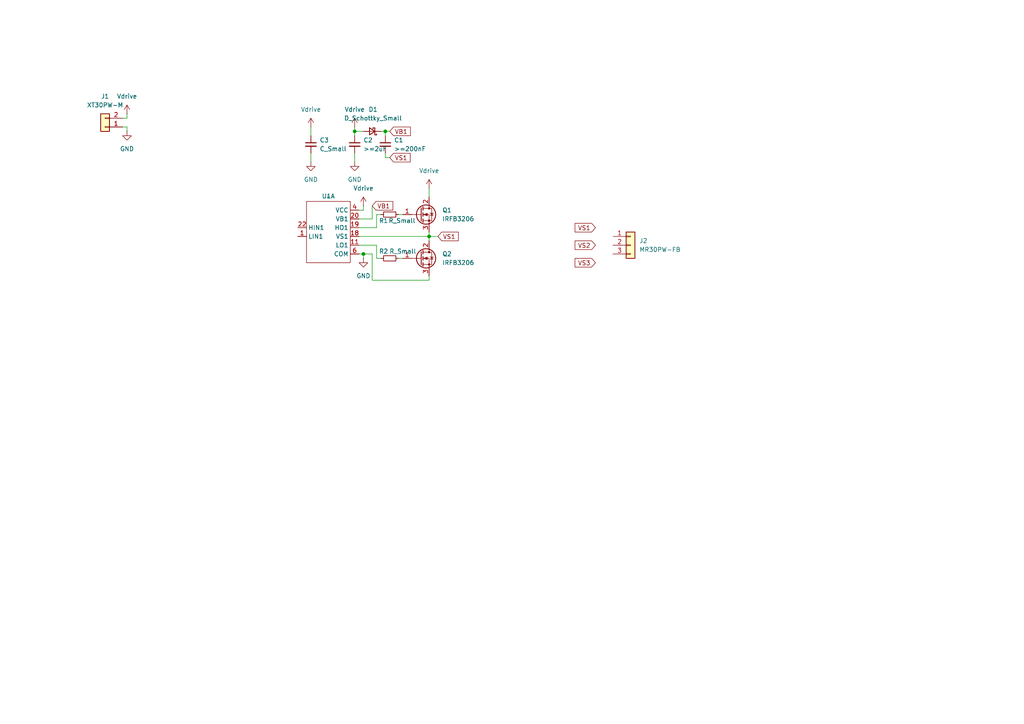
<source format=kicad_sch>
(kicad_sch (version 20231120) (generator "eeschema") (generator_version "8.0")
  (paper "A4")
  (lib_symbols
    (symbol "Connector_Generic:Conn_01x02" (pin_names (offset 1.016) hide)
      (property "Reference" "J" (at 0 2.54 0))
      (property "Value" "Conn_01x02" (at 0 -5.08 0))
      (symbol "Conn_01x02_1_1"
        (rectangle (start -1.27 -2.413) (end 0 -2.667) (stroke (width 0.1524)))
        (rectangle (start -1.27 0.127) (end 0 -0.127) (stroke (width 0.1524)))
        (rectangle (start -1.27 1.27) (end 1.27 -3.81) (stroke (width 0.254)) (fill (type background)))
        (pin passive line (at -5.08 0 0) (length 3.81) (name "Pin_1") (number "1"))
        (pin passive line (at -5.08 -2.54 0) (length 3.81) (name "Pin_2") (number "2"))
      )
    )
    (symbol "Connector_Generic:Conn_01x03" (pin_names (offset 1.016) hide)
      (property "Reference" "J" (at 0 5.08 0))
      (property "Value" "Conn_01x03" (at 0 -5.08 0))
      (symbol "Conn_01x03_1_1"
        (rectangle (start -1.27 -2.413) (end 0 -2.667) (stroke (width 0.1524)))
        (rectangle (start -1.27 0.127) (end 0 -0.127) (stroke (width 0.1524)))
        (rectangle (start -1.27 2.667) (end 0 2.413) (stroke (width 0.1524)))
        (rectangle (start -1.27 3.81) (end 1.27 -3.81) (stroke (width 0.254)) (fill (type background)))
        (pin passive line (at -5.08 2.54 0) (length 3.81) (name "Pin_1") (number "1"))
        (pin passive line (at -5.08 0 0) (length 3.81) (name "Pin_2") (number "2"))
        (pin passive line (at -5.08 -2.54 0) (length 3.81) (name "Pin_3") (number "3"))
      )
    )
    (symbol "Device:C_Small" (pin_numbers hide) (pin_names (offset 0.254) hide)
      (property "Reference" "C" (at 0.254 1.778 0))
      (property "Value" "C_Small" (at 0.254 -2.032 0))
      (symbol "C_Small_0_1"
        (polyline (pts (xy -1.524 -0.508) (xy 1.524 -0.508)) (stroke (width 0.3302)))
        (polyline (pts (xy -1.524 0.508) (xy 1.524 0.508)) (stroke (width 0.3048)))
      )
      (symbol "C_Small_1_1"
        (pin passive line (at 0 2.54 270) (length 2.032) (name "~") (number "1"))
        (pin passive line (at 0 -2.54 90) (length 2.032) (name "~") (number "2"))
      )
    )
    (symbol "Device:D_Schottky_Small" (pin_numbers hide) (pin_names (offset 0.254) hide)
      (property "Reference" "D" (at -1.27 2.032 0))
      (property "Value" "D_Schottky_Small" (at -7.112 -2.032 0))
      (symbol "D_Schottky_Small_0_1"
        (polyline (pts (xy -0.762 0) (xy 0.762 0)))
        (polyline (pts (xy 0.762 -1.016) (xy -0.762 0) (xy 0.762 1.016) (xy 0.762 -1.016)) (stroke (width 0.254)))
        (polyline (pts (xy -1.27 0.762) (xy -1.27 1.016) (xy -0.762 1.016) (xy -0.762 -1.016) (xy -0.254 -1.016) (xy -0.254 -0.762)) (stroke (width 0.254)))
      )
      (symbol "D_Schottky_Small_1_1"
        (pin passive line (at -2.54 0 0) (length 1.778) (name "K") (number "1"))
        (pin passive line (at 2.54 0 180) (length 1.778) (name "A") (number "2"))
      )
    )
    (symbol "Device:R_Small" (pin_numbers hide) (pin_names (offset 0.254) hide)
      (property "Reference" "R" (at 0.762 0.508 0))
      (property "Value" "R_Small" (at 0.762 -1.016 0))
      (symbol "R_Small_0_1"
        (rectangle (start -0.762 1.778) (end 0.762 -1.778) (stroke (width 0.2032)))
      )
      (symbol "R_Small_1_1"
        (pin passive line (at 0 2.54 270) (length 0.762) (name "~") (number "1"))
        (pin passive line (at 0 -2.54 90) (length 0.762) (name "~") (number "2"))
      )
    )
    (symbol "My_Custom_Symbol_Library:FD6288Q"
      (property "Reference" "U" (at 0 10.414 0))
      (symbol "FD6288Q_1_1"
        (rectangle (start -6.35 8.89) (end 6.35 -8.89))
        (pin input line (at -8.89 -1.27 0) (length 2.54) (name "LIN1") (number "1"))
        (pin output line (at 8.89 -3.81 180) (length 2.54) (name "LO1") (number "11"))
        (pin power_in line (at 8.89 -1.27 180) (length 2.54) (name "VS1") (number "18"))
        (pin output line (at 8.89 1.27 180) (length 2.54) (name "HO1") (number "19"))
        (pin power_in line (at 8.89 3.81 180) (length 2.54) (name "VB1") (number "20"))
        (pin input line (at -8.89 1.27 0) (length 2.54) (name "HIN1") (number "22"))
        (pin power_in line (at 8.89 6.35 180) (length 2.54) (name "VCC") (number "4"))
        (pin power_in line (at 8.89 -6.35 180) (length 2.54) (name "COM") (number "6"))
      )
      (symbol "FD6288Q_2_1"
        (rectangle (start -6.35 8.89) (end 6.35 -8.89))
        (pin output line (at 8.89 -3.81 180) (length 2.54) (name "LO2") (number "10"))
        (pin power_in line (at 8.89 -1.27 180) (length 2.54) (name "VS2") (number "15"))
        (pin output line (at 8.89 1.27 180) (length 2.54) (name "HO2") (number "16"))
        (pin power_in line (at 8.89 3.81 180) (length 2.54) (name "VB2") (number "17"))
        (pin input line (at -8.89 -1.27 0) (length 2.54) (name "LIN2") (number "2"))
        (pin input line (at -8.89 1.27 0) (length 2.54) (name "HIN2") (number "23"))
        (pin power_in line (at 8.89 6.35 180) (length 2.54) (name "VCC") (number "4"))
        (pin power_in line (at 8.89 -6.35 180) (length 2.54) (name "COM") (number "6"))
      )
      (symbol "FD6288Q_3_1"
        (rectangle (start -6.35 8.89) (end 6.35 -8.89))
        (pin power_in line (at 8.89 -1.27 180) (length 2.54) (name "VS3") (number "12"))
        (pin output line (at 8.89 1.27 180) (length 2.54) (name "HO3") (number "13"))
        (pin power_in line (at 8.89 3.81 180) (length 2.54) (name "VB3") (number "14"))
        (pin input line (at -8.89 1.27 0) (length 2.54) (name "HIN3") (number "24"))
        (pin input line (at -8.89 -1.27 0) (length 2.54) (name "LIN3") (number "3"))
        (pin power_in line (at 8.89 6.35 180) (length 2.54) (name "VCC") (number "4"))
        (pin power_in line (at 8.89 -6.35 180) (length 2.54) (name "COM") (number "6"))
        (pin output line (at 8.89 -3.81 180) (length 2.54) (name "LO3") (number "9"))
      )
    )
    (symbol "Transistor_FET:IRF3205" (pin_names hide)
      (property "Reference" "Q1" (at 6.35 1.2701 0))
      (property "Value" "IRFB3206" (at 6.35 -1.2699 0))
      (symbol "IRF3205_0_1"
        (polyline (pts (xy 0.254 0) (xy -2.54 0)))
        (polyline (pts (xy 0.254 1.905) (xy 0.254 -1.905)) (stroke (width 0.254)))
        (polyline (pts (xy 0.762 -1.27) (xy 0.762 -2.286)) (stroke (width 0.254)))
        (polyline (pts (xy 0.762 0.508) (xy 0.762 -0.508)) (stroke (width 0.254)))
        (polyline (pts (xy 0.762 2.286) (xy 0.762 1.27)) (stroke (width 0.254)))
        (polyline (pts (xy 2.54 2.54) (xy 2.54 1.778)))
        (polyline (pts (xy 2.54 -2.54) (xy 2.54 0) (xy 0.762 0)))
        (polyline (pts (xy 0.762 -1.778) (xy 3.302 -1.778) (xy 3.302 1.778) (xy 0.762 1.778)))
        (polyline (pts (xy 1.016 0) (xy 2.032 0.381) (xy 2.032 -0.381) (xy 1.016 0)) (fill (type outline)))
        (polyline (pts (xy 2.794 0.508) (xy 2.921 0.381) (xy 3.683 0.381) (xy 3.81 0.254)))
        (polyline (pts (xy 3.302 0.381) (xy 2.921 -0.254) (xy 3.683 -0.254) (xy 3.302 0.381)))
        (circle (center 1.651 0) (radius 2.794) (stroke (width 0.254)))
        (circle (center 2.54 -1.778) (radius 0.254) (fill (type outline)))
        (circle (center 2.54 1.778) (radius 0.254) (fill (type outline)))
      )
      (symbol "IRF3205_1_1"
        (pin input line (at -5.08 0 0) (length 2.54) (name "G") (number "1"))
        (pin passive line (at 2.54 5.08 270) (length 2.54) (name "D") (number "2"))
        (pin passive line (at 2.54 -5.08 90) (length 2.54) (name "S") (number "3"))
      )
    )
    (symbol "power:GND" (power) (pin_numbers hide) (pin_names (offset 0) hide)
      (property "Value" "GND" (at 0 -3.81 0))
      (symbol "GND_0_1"
        (polyline (pts (xy 0 0) (xy 0 -1.27) (xy 1.27 -1.27) (xy 0 -2.54) (xy -1.27 -1.27) (xy 0 -1.27)))
      )
      (symbol "GND_1_1"
        (pin power_in line (at 0 0 270) (length 0) (name "~") (number "1"))
      )
    )
    (symbol "power:Vdrive" (power) (pin_numbers hide) (pin_names (offset 0) hide)
      (property "Value" "Vdrive" (at 0 3.556 0))
      (symbol "Vdrive_0_1"
        (polyline (pts (xy -0.762 1.27) (xy 0 2.54)))
        (polyline (pts (xy 0 0) (xy 0 2.54)))
        (polyline (pts (xy 0 2.54) (xy 0.762 1.27)))
      )
      (symbol "Vdrive_1_1"
        (pin power_in line (at 0 0 90) (length 0) (name "~") (number "1"))
      )
    )
  )
  (junction (at 102.87 38.1))
  (junction (at 111.76 38.1))
  (junction (at 124.46 68.58))
  (junction (at 105.41 73.66))
  (wire (pts (xy 104.14 63.5) (xy 107.95 63.5)))
  (wire (pts (xy 124.46 81.28) (xy 124.46 80.01)))
  (wire (pts (xy 107.95 59.69) (xy 107.95 63.5)))
  (wire (pts (xy 124.46 68.58) (xy 124.46 69.85)))
  (wire (pts (xy 104.14 68.58) (xy 124.46 68.58)))
  (wire (pts (xy 105.41 73.66) (xy 104.14 73.66)))
  (wire (pts (xy 105.41 59.69) (xy 105.41 60.96)))
  (wire (pts (xy 102.87 44.45) (xy 102.87 46.99)))
  (wire (pts (xy 102.87 36.83) (xy 102.87 38.1)))
  (wire (pts (xy 102.87 38.1) (xy 105.41 38.1)))
  (wire (pts (xy 36.83 34.29) (xy 36.83 33.02)))
  (wire (pts (xy 124.46 54.61) (xy 124.46 57.15)))
  (wire (pts (xy 110.49 38.1) (xy 111.76 38.1)))
  (wire (pts (xy 109.22 74.93) (xy 110.49 74.93)))
  (wire (pts (xy 36.83 38.1) (xy 36.83 36.83)))
  (wire (pts (xy 109.22 71.12) (xy 109.22 74.93)))
  (wire (pts (xy 90.17 36.83) (xy 90.17 39.37)))
  (wire (pts (xy 124.46 81.28) (xy 107.95 81.28)))
  (wire (pts (xy 124.46 68.58) (xy 127 68.58)))
  (wire (pts (xy 107.95 73.66) (xy 105.41 73.66)))
  (wire (pts (xy 115.57 62.23) (xy 116.84 62.23)))
  (wire (pts (xy 113.03 45.72) (xy 111.76 45.72)))
  (wire (pts (xy 104.14 66.04) (xy 109.22 66.04)))
  (wire (pts (xy 109.22 62.23) (xy 110.49 62.23)))
  (wire (pts (xy 107.95 73.66) (xy 107.95 81.28)))
  (wire (pts (xy 102.87 38.1) (xy 102.87 39.37)))
  (wire (pts (xy 115.57 74.93) (xy 116.84 74.93)))
  (wire (pts (xy 36.83 36.83) (xy 35.56 36.83)))
  (wire (pts (xy 111.76 38.1) (xy 111.76 39.37)))
  (wire (pts (xy 105.41 60.96) (xy 104.14 60.96)))
  (wire (pts (xy 90.17 44.45) (xy 90.17 46.99)))
  (wire (pts (xy 35.56 34.29) (xy 36.83 34.29)))
  (wire (pts (xy 124.46 67.31) (xy 124.46 68.58)))
  (wire (pts (xy 109.22 66.04) (xy 109.22 62.23)))
  (wire (pts (xy 109.22 71.12) (xy 104.14 71.12)))
  (wire (pts (xy 111.76 45.72) (xy 111.76 44.45)))
  (wire (pts (xy 105.41 73.66) (xy 105.41 74.93)))
  (wire (pts (xy 111.76 38.1) (xy 113.03 38.1)))
  (global_label "VS3" (shape input) (at 172.72 76.2 180) (property "Intersheetrefs" "${INTERSHEET_REFS}" (effects (hide yes))))
  (global_label "VB1" (shape input) (at 113.03 38.1 0) (property "Intersheetrefs" "${INTERSHEET_REFS}" (effects (hide yes))))
  (global_label "VS1" (shape input) (at 113.03 45.72 0) (property "Intersheetrefs" "${INTERSHEET_REFS}" (effects (hide yes))))
  (global_label "VS2" (shape input) (at 172.72 71.12 180) (property "Intersheetrefs" "${INTERSHEET_REFS}" (effects (hide yes))))
  (global_label "VS1" (shape input) (at 172.72 66.04 180) (property "Intersheetrefs" "${INTERSHEET_REFS}" (effects (hide yes))))
  (global_label "VB1" (shape input) (at 107.95 59.69 0) (property "Intersheetrefs" "${INTERSHEET_REFS}" (effects (hide yes))))
  (global_label "VS1" (shape input) (at 127 68.58 0) (property "Intersheetrefs" "${INTERSHEET_REFS}" (effects (hide yes))))
  (symbol (lib_id "power:GND") (at 90.17 46.99 0) (unit 1)
    (property "Reference" "#PWR06" (effects (hide yes)))
    (property "Value" "GND" (at 90.17 52.07 0))
    (property "Description" "Power symbol creates a global label with name \"GND\" , ground" (effects (hide yes)))
  )
  (symbol (lib_id "Device:D_Schottky_Small") (at 107.95 38.1 180) (unit 1)
    (property "Reference" "D1" (at 108.204 31.75 0))
    (property "Value" "D_Schottky_Small" (at 108.204 34.29 0))
    (property "Description" "Schottky diode, small symbol" (effects (hide yes)))
  )
  (symbol (lib_id "power:Vdrive") (at 90.17 36.83 0) (unit 1)
    (property "Reference" "#PWR03" (effects (hide yes)))
    (property "Value" "Vdrive" (at 90.17 31.75 0))
    (property "Description" "Power symbol creates a global label with name \"Vdrive\"" (effects (hide yes)))
  )
  (symbol (lib_id "Connector_Generic:Conn_01x02") (at 30.48 36.83 180) (unit 1)
    (property "Reference" "J1" (at 30.48 27.94 0))
    (property "Value" "XT30PW-M" (at 30.48 30.48 0))
    (property "Footprint" "Connector_AMASS:AMASS_XT30PW-M_1x02_P2.50mm_Horizontal" (effects (hide yes)))
    (property "Description" "Generic connector, single row, 01x02, script generated (kicad-library-utils/schlib/autogen/connector/)" (effects (hide yes)))
  )
  (symbol (lib_id "Transistor_FET:IRF3205") (at 121.92 74.93 0) (unit 1)
    (property "Reference" "Q2" (at 128.27 73.6599 0) (effects (justify left)))
    (property "Value" "IRFB3206" (at 128.27 76.1999 0) (effects (justify left)))
    (property "Footprint" "Package_TO_SOT_THT:TO-220-3_Vertical" (effects (hide yes)))
    (property "Datasheet" "https://www.infineon.com/dgdl/irfb3206gpbf.pdf?fileId=5546d462533600a40153561550971df5" (effects (hide yes)))
    (property "Description" "120A Id, 60V Vds, Single N-Channel HEXFET Power MOSFET, 3mOhm Ron, TO-220AB" (effects (hide yes)))
  )
  (symbol (lib_id "power:Vdrive") (at 102.87 36.83 0) (unit 1)
    (property "Reference" "#PWR04" (effects (hide yes)))
    (property "Value" "Vdrive" (at 102.87 31.75 0))
    (property "Description" "Power symbol creates a global label with name \"Vdrive\"" (effects (hide yes)))
  )
  (symbol (lib_id "Transistor_FET:IRF3205") (at 121.92 62.23 0) (unit 1)
    (property "Reference" "Q1" (at 128.27 60.9599 0) (effects (justify left)))
    (property "Value" "IRFB3206" (at 128.27 63.4999 0) (effects (justify left)))
    (property "Footprint" "Package_TO_SOT_THT:TO-220-3_Vertical" (effects (hide yes)))
    (property "Datasheet" "https://www.infineon.com/dgdl/irfb3206gpbf.pdf?fileId=5546d462533600a40153561550971df5" (effects (hide yes)))
    (property "Description" "120A Id, 60V Vds, Single N-Channel HEXFET Power MOSFET, 3mOhm Ron, TO-220AB" (effects (hide yes)))
  )
  (symbol (lib_id "Device:R_Small") (at 113.03 74.93 90) (unit 1)
    (property "Reference" "R2" (at 111.252 72.898 90))
    (property "Value" "R_Small" (at 116.84 72.898 90))
    (property "Description" "Resistor, small symbol" (effects (hide yes)))
  )
  (symbol (lib_id "power:Vdrive") (at 105.41 59.69 0) (unit 1)
    (property "Reference" "#PWR07" (effects (hide yes)))
    (property "Value" "Vdrive" (at 105.41 54.61 0))
    (property "Description" "Power symbol creates a global label with name \"Vdrive\"" (effects (hide yes)))
  )
  (symbol (lib_id "Connector_Generic:Conn_01x03") (at 182.88 71.12 0) (unit 1)
    (property "Reference" "J2" (at 185.42 69.8499 0) (effects (justify left)))
    (property "Value" "MR30PW-FB" (at 185.42 72.3899 0) (effects (justify left)))
    (property "Footprint" "Connector_AMASS:AMASS_MR30PW-FB_1x03_P3.50mm_Horizontal" (effects (hide yes)))
    (property "Description" "Generic connector, single row, 01x03, script generated (kicad-library-utils/schlib/autogen/connector/)" (effects (hide yes)))
  )
  (symbol (lib_id "power:GND") (at 105.41 74.93 0) (unit 1)
    (property "Reference" "#PWR01" (effects (hide yes)))
    (property "Value" "GND" (at 105.41 80.01 0))
    (property "Description" "Power symbol creates a global label with name \"GND\" , ground" (effects (hide yes)))
  )
  (symbol (lib_id "Device:R_Small") (at 113.03 62.23 90) (unit 1)
    (property "Reference" "R1" (at 111.252 64.008 90))
    (property "Value" "R_Small" (at 116.586 64.008 90))
    (property "Description" "Resistor, small symbol" (effects (hide yes)))
  )
  (symbol (lib_id "power:GND") (at 36.83 38.1 0) (unit 1)
    (property "Reference" "#PWR08" (effects (hide yes)))
    (property "Value" "GND" (at 36.83 43.18 0))
    (property "Description" "Power symbol creates a global label with name \"GND\" , ground" (effects (hide yes)))
  )
  (symbol (lib_id "Device:C_Small") (at 102.87 41.91 0) (unit 1)
    (property "Reference" "C2" (at 105.41 40.6462 0) (effects (justify left)))
    (property "Value" ">=2uF" (at 105.41 43.1862 0) (effects (justify left)))
    (property "Description" "Unpolarized capacitor, small symbol" (effects (hide yes)))
  )
  (symbol (lib_id "My_Custom_Symbol_Library:FD6288Q") (at 95.25 67.31 0) (unit 1)
    (property "Reference" "U1" (at 95.25 56.896 0))
    (property "Value" "~" (at 95.25 57.15 0))
    (property "Footprint" "Package_DFN_QFN:QFN-24-1EP_4x4mm_P0.5mm_EP2.7x2.7mm_ThermalVias" (effects (hide yes)))
    (property "Datasheet" "https://static.qingshow.net/fortiortech/file/1597746029372.pdf" (effects (hide yes)))
  )
  (symbol (lib_id "Device:C_Small") (at 90.17 41.91 0) (unit 1)
    (property "Reference" "C3" (at 92.71 40.6462 0) (effects (justify left)))
    (property "Value" "C_Small" (at 92.71 43.1862 0) (effects (justify left)))
    (property "Description" "Unpolarized capacitor, small symbol" (effects (hide yes)))
  )
  (symbol (lib_id "Device:C_Small") (at 111.76 41.91 0) (unit 1)
    (property "Reference" "C1" (at 114.3 40.6462 0) (effects (justify left)))
    (property "Value" ">=200nF" (at 114.3 43.1862 0) (effects (justify left)))
    (property "Description" "Unpolarized capacitor, small symbol" (effects (hide yes)))
  )
  (symbol (lib_id "power:Vdrive") (at 124.46 54.61 0) (unit 1)
    (property "Reference" "#PWR09" (effects (hide yes)))
    (property "Value" "Vdrive" (at 124.46 49.53 0))
    (property "Description" "Power symbol creates a global label with name \"Vdrive\"" (effects (hide yes)))
  )
  (symbol (lib_id "power:GND") (at 102.87 46.99 0) (unit 1)
    (property "Reference" "#PWR02" (effects (hide yes)))
    (property "Value" "GND" (at 102.87 52.07 0))
    (property "Description" "Power symbol creates a global label with name \"GND\" , ground" (effects (hide yes)))
  )
  (symbol (lib_id "power:Vdrive") (at 36.83 33.02 0) (unit 1)
    (property "Reference" "#PWR05" (effects (hide yes)))
    (property "Value" "Vdrive" (at 36.83 27.94 0))
    (property "Description" "Power symbol creates a global label with name \"Vdrive\"" (effects (hide yes)))
  )
)
</source>
